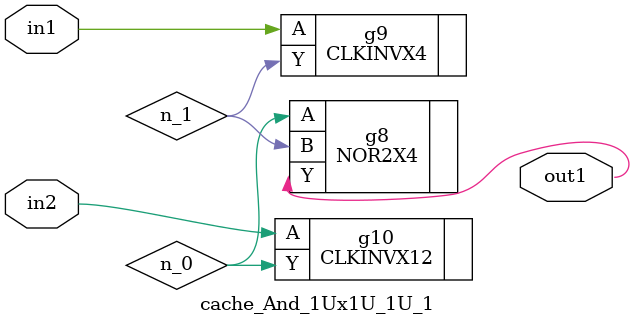
<source format=v>
`timescale 1ps / 1ps


module cache_And_1Ux1U_1U_1(in2, in1, out1);
  input in2, in1;
  output out1;
  wire in2, in1;
  wire out1;
  wire n_0, n_1;
  NOR2X4 g8(.A (n_0), .B (n_1), .Y (out1));
  CLKINVX4 g9(.A (in1), .Y (n_1));
  CLKINVX12 g10(.A (in2), .Y (n_0));
endmodule



</source>
